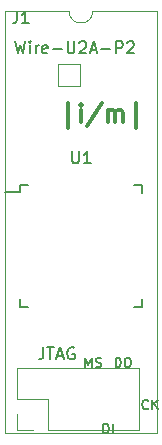
<source format=gto>
G04 #@! TF.FileFunction,Legend,Top*
%FSLAX46Y46*%
G04 Gerber Fmt 4.6, Leading zero omitted, Abs format (unit mm)*
G04 Created by KiCad (PCBNEW 4.0.7-e2-6376~58~ubuntu16.04.1) date Fri Nov 24 21:44:44 2023*
%MOMM*%
%LPD*%
G01*
G04 APERTURE LIST*
%ADD10C,0.100000*%
%ADD11C,0.200000*%
%ADD12C,0.300000*%
%ADD13C,0.120000*%
%ADD14C,0.150000*%
G04 APERTURE END LIST*
D10*
D11*
X175368000Y-146919905D02*
X175368000Y-146119905D01*
X175558476Y-146119905D01*
X175672762Y-146158000D01*
X175748953Y-146234190D01*
X175787048Y-146310381D01*
X175825143Y-146462762D01*
X175825143Y-146577048D01*
X175787048Y-146729429D01*
X175748953Y-146805619D01*
X175672762Y-146881810D01*
X175558476Y-146919905D01*
X175368000Y-146919905D01*
X176168000Y-146919905D02*
X176168000Y-146119905D01*
X173850381Y-141331905D02*
X173850381Y-140531905D01*
X174117048Y-141103333D01*
X174383715Y-140531905D01*
X174383715Y-141331905D01*
X174726572Y-141293810D02*
X174840858Y-141331905D01*
X175031334Y-141331905D01*
X175107524Y-141293810D01*
X175145620Y-141255714D01*
X175183715Y-141179524D01*
X175183715Y-141103333D01*
X175145620Y-141027143D01*
X175107524Y-140989048D01*
X175031334Y-140950952D01*
X174878953Y-140912857D01*
X174802762Y-140874762D01*
X174764667Y-140836667D01*
X174726572Y-140760476D01*
X174726572Y-140684286D01*
X174764667Y-140608095D01*
X174802762Y-140570000D01*
X174878953Y-140531905D01*
X175069429Y-140531905D01*
X175183715Y-140570000D01*
X179171619Y-144811714D02*
X179133524Y-144849810D01*
X179019238Y-144887905D01*
X178943048Y-144887905D01*
X178828762Y-144849810D01*
X178752571Y-144773619D01*
X178714476Y-144697429D01*
X178676381Y-144545048D01*
X178676381Y-144430762D01*
X178714476Y-144278381D01*
X178752571Y-144202190D01*
X178828762Y-144126000D01*
X178943048Y-144087905D01*
X179019238Y-144087905D01*
X179133524Y-144126000D01*
X179171619Y-144164095D01*
X179514476Y-144887905D02*
X179514476Y-144087905D01*
X179971619Y-144887905D02*
X179628762Y-144430762D01*
X179971619Y-144087905D02*
X179514476Y-144545048D01*
X176409429Y-141331905D02*
X176409429Y-140531905D01*
X176599905Y-140531905D01*
X176714191Y-140570000D01*
X176790382Y-140646190D01*
X176828477Y-140722381D01*
X176866572Y-140874762D01*
X176866572Y-140989048D01*
X176828477Y-141141429D01*
X176790382Y-141217619D01*
X176714191Y-141293810D01*
X176599905Y-141331905D01*
X176409429Y-141331905D01*
X177361810Y-140531905D02*
X177514191Y-140531905D01*
X177590382Y-140570000D01*
X177666572Y-140646190D01*
X177704667Y-140798571D01*
X177704667Y-141065238D01*
X177666572Y-141217619D01*
X177590382Y-141293810D01*
X177514191Y-141331905D01*
X177361810Y-141331905D01*
X177285620Y-141293810D01*
X177209429Y-141217619D01*
X177171334Y-141065238D01*
X177171334Y-140798571D01*
X177209429Y-140646190D01*
X177285620Y-140570000D01*
X177361810Y-140531905D01*
D12*
X172402858Y-121066571D02*
X172402858Y-118923714D01*
X173474286Y-120566571D02*
X173474286Y-119566571D01*
X173474286Y-119066571D02*
X173402857Y-119138000D01*
X173474286Y-119209429D01*
X173545714Y-119138000D01*
X173474286Y-119066571D01*
X173474286Y-119209429D01*
X175260000Y-118995143D02*
X173974286Y-120923714D01*
X175760001Y-120566571D02*
X175760001Y-119566571D01*
X175760001Y-119709429D02*
X175831429Y-119638000D01*
X175974287Y-119566571D01*
X176188572Y-119566571D01*
X176331429Y-119638000D01*
X176402858Y-119780857D01*
X176402858Y-120566571D01*
X176402858Y-119780857D02*
X176474287Y-119638000D01*
X176617144Y-119566571D01*
X176831429Y-119566571D01*
X176974287Y-119638000D01*
X177045715Y-119780857D01*
X177045715Y-120566571D01*
X178117144Y-121066571D02*
X178117144Y-118923714D01*
D13*
X178368000Y-146618000D02*
X178368000Y-141418000D01*
X170688000Y-146618000D02*
X178368000Y-146618000D01*
X168088000Y-141418000D02*
X178368000Y-141418000D01*
X170688000Y-146618000D02*
X170688000Y-144018000D01*
X170688000Y-144018000D02*
X168088000Y-144018000D01*
X168088000Y-144018000D02*
X168088000Y-141418000D01*
X169418000Y-146618000D02*
X168088000Y-146618000D01*
X168088000Y-146618000D02*
X168088000Y-145288000D01*
X174482000Y-111192000D02*
G75*
G02X172482000Y-111192000I-1000000J0D01*
G01*
X172482000Y-111192000D02*
X167022000Y-111192000D01*
X167022000Y-111192000D02*
X167022000Y-146872000D01*
X167022000Y-146872000D02*
X179942000Y-146872000D01*
X179942000Y-146872000D02*
X179942000Y-111192000D01*
X179942000Y-111192000D02*
X174482000Y-111192000D01*
D14*
X168307000Y-125889000D02*
X168307000Y-126464000D01*
X178657000Y-125889000D02*
X178657000Y-126564000D01*
X178657000Y-136239000D02*
X178657000Y-135564000D01*
X168307000Y-136239000D02*
X168307000Y-135564000D01*
X168307000Y-125889000D02*
X168982000Y-125889000D01*
X168307000Y-136239000D02*
X168982000Y-136239000D01*
X178657000Y-136239000D02*
X177982000Y-136239000D01*
X178657000Y-125889000D02*
X177982000Y-125889000D01*
X168307000Y-126464000D02*
X167032000Y-126464000D01*
D13*
X171516000Y-115636000D02*
X173416000Y-115636000D01*
X173416000Y-115636000D02*
X173416000Y-117536000D01*
X173416000Y-117536000D02*
X171516000Y-117536000D01*
X171516000Y-117536000D02*
X171516000Y-115636000D01*
D14*
X170283334Y-139660381D02*
X170283334Y-140374667D01*
X170235714Y-140517524D01*
X170140476Y-140612762D01*
X169997619Y-140660381D01*
X169902381Y-140660381D01*
X170616667Y-139660381D02*
X171188096Y-139660381D01*
X170902381Y-140660381D02*
X170902381Y-139660381D01*
X171473810Y-140374667D02*
X171950001Y-140374667D01*
X171378572Y-140660381D02*
X171711905Y-139660381D01*
X172045239Y-140660381D01*
X172902382Y-139708000D02*
X172807144Y-139660381D01*
X172664287Y-139660381D01*
X172521429Y-139708000D01*
X172426191Y-139803238D01*
X172378572Y-139898476D01*
X172330953Y-140088952D01*
X172330953Y-140231810D01*
X172378572Y-140422286D01*
X172426191Y-140517524D01*
X172521429Y-140612762D01*
X172664287Y-140660381D01*
X172759525Y-140660381D01*
X172902382Y-140612762D01*
X172950001Y-140565143D01*
X172950001Y-140231810D01*
X172759525Y-140231810D01*
X168068667Y-111212381D02*
X168068667Y-111926667D01*
X168021047Y-112069524D01*
X167925809Y-112164762D01*
X167782952Y-112212381D01*
X167687714Y-112212381D01*
X169068667Y-112212381D02*
X168497238Y-112212381D01*
X168782952Y-112212381D02*
X168782952Y-111212381D01*
X168687714Y-111355238D01*
X168592476Y-111450476D01*
X168497238Y-111498095D01*
X172720095Y-123066381D02*
X172720095Y-123875905D01*
X172767714Y-123971143D01*
X172815333Y-124018762D01*
X172910571Y-124066381D01*
X173101048Y-124066381D01*
X173196286Y-124018762D01*
X173243905Y-123971143D01*
X173291524Y-123875905D01*
X173291524Y-123066381D01*
X174291524Y-124066381D02*
X173720095Y-124066381D01*
X174005809Y-124066381D02*
X174005809Y-123066381D01*
X173910571Y-123209238D01*
X173815333Y-123304476D01*
X173720095Y-123352095D01*
X167926381Y-113752381D02*
X168164476Y-114752381D01*
X168354953Y-114038095D01*
X168545429Y-114752381D01*
X168783524Y-113752381D01*
X169164476Y-114752381D02*
X169164476Y-114085714D01*
X169164476Y-113752381D02*
X169116857Y-113800000D01*
X169164476Y-113847619D01*
X169212095Y-113800000D01*
X169164476Y-113752381D01*
X169164476Y-113847619D01*
X169640666Y-114752381D02*
X169640666Y-114085714D01*
X169640666Y-114276190D02*
X169688285Y-114180952D01*
X169735904Y-114133333D01*
X169831142Y-114085714D01*
X169926381Y-114085714D01*
X170640667Y-114704762D02*
X170545429Y-114752381D01*
X170354952Y-114752381D01*
X170259714Y-114704762D01*
X170212095Y-114609524D01*
X170212095Y-114228571D01*
X170259714Y-114133333D01*
X170354952Y-114085714D01*
X170545429Y-114085714D01*
X170640667Y-114133333D01*
X170688286Y-114228571D01*
X170688286Y-114323810D01*
X170212095Y-114419048D01*
X171116857Y-114371429D02*
X171878762Y-114371429D01*
X172354952Y-113752381D02*
X172354952Y-114561905D01*
X172402571Y-114657143D01*
X172450190Y-114704762D01*
X172545428Y-114752381D01*
X172735905Y-114752381D01*
X172831143Y-114704762D01*
X172878762Y-114657143D01*
X172926381Y-114561905D01*
X172926381Y-113752381D01*
X173354952Y-113847619D02*
X173402571Y-113800000D01*
X173497809Y-113752381D01*
X173735905Y-113752381D01*
X173831143Y-113800000D01*
X173878762Y-113847619D01*
X173926381Y-113942857D01*
X173926381Y-114038095D01*
X173878762Y-114180952D01*
X173307333Y-114752381D01*
X173926381Y-114752381D01*
X174307333Y-114466667D02*
X174783524Y-114466667D01*
X174212095Y-114752381D02*
X174545428Y-113752381D01*
X174878762Y-114752381D01*
X175212095Y-114371429D02*
X175974000Y-114371429D01*
X176450190Y-114752381D02*
X176450190Y-113752381D01*
X176831143Y-113752381D01*
X176926381Y-113800000D01*
X176974000Y-113847619D01*
X177021619Y-113942857D01*
X177021619Y-114085714D01*
X176974000Y-114180952D01*
X176926381Y-114228571D01*
X176831143Y-114276190D01*
X176450190Y-114276190D01*
X177402571Y-113847619D02*
X177450190Y-113800000D01*
X177545428Y-113752381D01*
X177783524Y-113752381D01*
X177878762Y-113800000D01*
X177926381Y-113847619D01*
X177974000Y-113942857D01*
X177974000Y-114038095D01*
X177926381Y-114180952D01*
X177354952Y-114752381D01*
X177974000Y-114752381D01*
M02*

</source>
